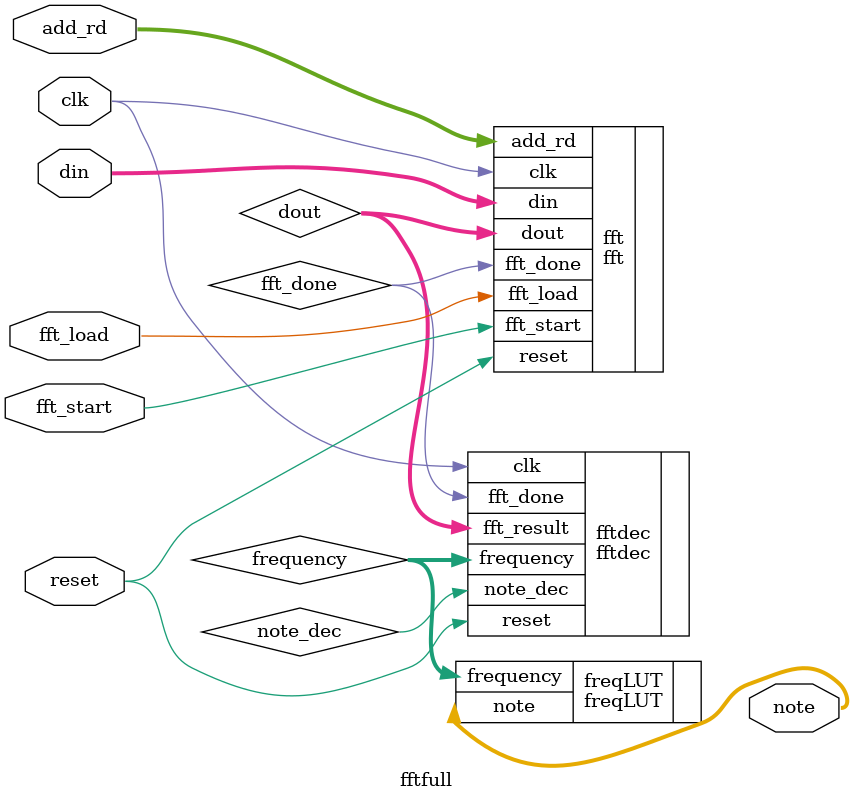
<source format=sv>

module fftfull #(parameter BIT_WIDTH = 16, N = 9, FFT_SIZE = 512, FS = 48000)
                (input logic clk, reset,
                 input logic fft_start, 
                 input logic fft_load,
				 input logic [BIT_WIDTH - 1:0] din,
                 input logic [N - 1:0] add_rd,
                 output logic [7:0] note);

// fft logic
logic [2*BIT_WIDTH - 1:0] dout;
logic fft_done;

// fftdec logic
logic [BIT_WIDTH:0] frequency;
logic note_dec;

fft #(.BIT_WIDTH(BIT_WIDTH), .N(N))
    fft(.clk(clk),
        .reset(reset),
        .fft_start(fft_start),
        .fft_load(fft_load),
        .add_rd(add_rd),
        .din(din),
        .dout(dout),
        .fft_done(fft_done));

fftdec #(.BIT_WIDTH(BIT_WIDTH), .N(N), .FFT_SIZE(FFT_SIZE), .FS(FS))
    fftdec(.clk(clk),
           .reset(reset),
           .fft_done(fft_done),
           .fft_result(dout),
           .frequency(frequency),
           .note_dec(note_dec));

freqLUT #(.BIT_WIDTH(BIT_WIDTH))
    freqLUT(.frequency(frequency),
            .note(note));

endmodule

</source>
